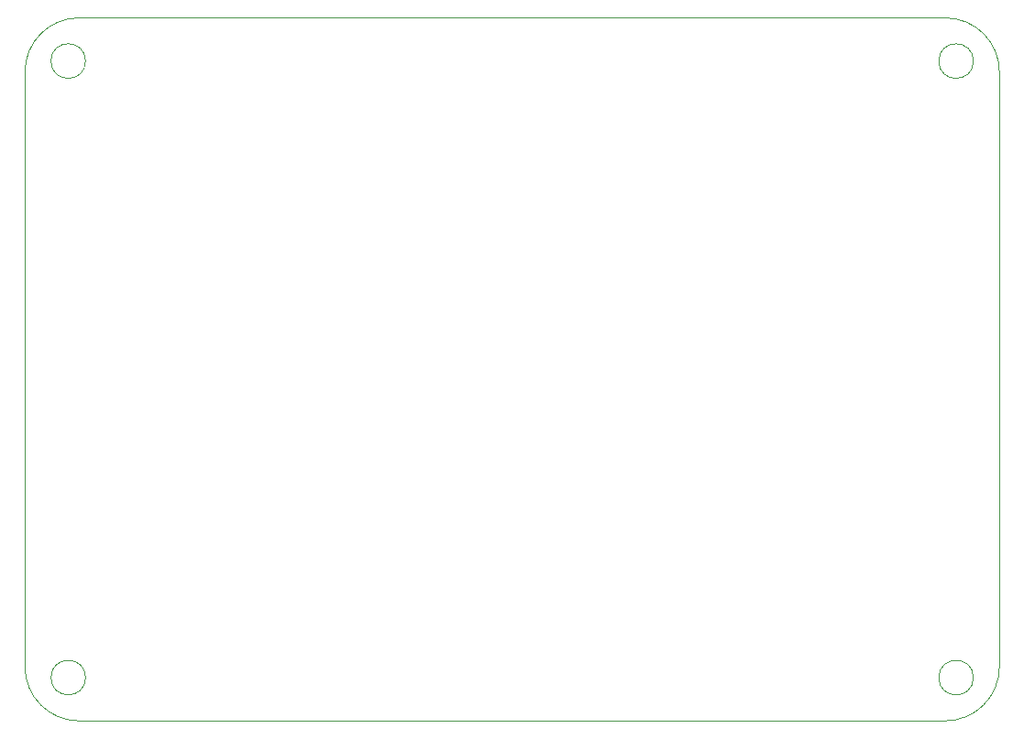
<source format=gbo>
G04 #@! TF.FileFunction,Legend,Bot*
%FSLAX46Y46*%
G04 Gerber Fmt 4.6, Leading zero omitted, Abs format (unit mm)*
G04 Created by KiCad (PCBNEW 4.0.6) date 07/11/18 12:50:33*
%MOMM*%
%LPD*%
G01*
G04 APERTURE LIST*
%ADD10C,0.100000*%
G04 APERTURE END LIST*
D10*
X106500000Y-83996400D02*
X186500000Y-83996400D01*
X101500000Y-88996400D02*
G75*
G02X106500000Y-83996400I5000000J0D01*
G01*
X101500000Y-143996400D02*
X101500000Y-88996400D01*
X106500000Y-148996400D02*
G75*
G02X101500000Y-143996400I0J5000000D01*
G01*
X186500000Y-148996400D02*
X106500000Y-148996400D01*
X191500000Y-143996400D02*
G75*
G02X186500000Y-148996400I-5000000J0D01*
G01*
X191500000Y-88996400D02*
X191500000Y-143996400D01*
X186500000Y-83996400D02*
G75*
G02X191500000Y-88996400I0J-5000000D01*
G01*
X189100001Y-87996399D02*
G75*
G03X189100001Y-87996399I-1600000J0D01*
G01*
X107100000Y-144996400D02*
G75*
G03X107100000Y-144996400I-1600000J0D01*
G01*
X189100001Y-144996400D02*
G75*
G03X189100001Y-144996400I-1600000J0D01*
G01*
X107100000Y-87996399D02*
G75*
G03X107100000Y-87996399I-1600000J0D01*
G01*
M02*

</source>
